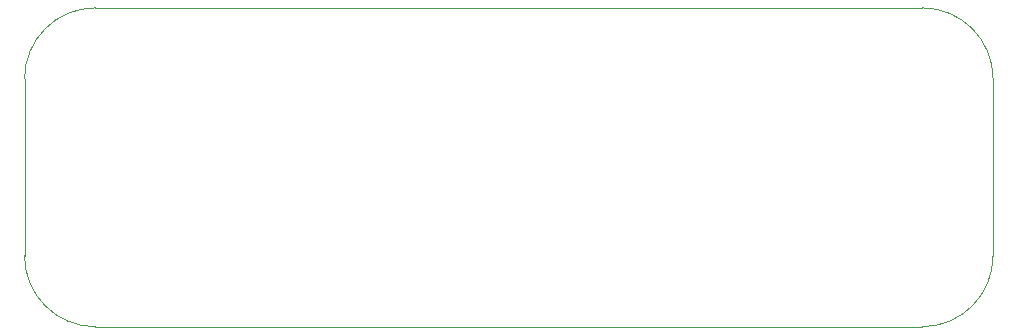
<source format=gbr>
%TF.GenerationSoftware,KiCad,Pcbnew,8.0.1*%
%TF.CreationDate,2024-04-17T01:34:19+02:00*%
%TF.ProjectId,PowerDistributionBoard,506f7765-7244-4697-9374-726962757469,rev?*%
%TF.SameCoordinates,Original*%
%TF.FileFunction,Profile,NP*%
%FSLAX46Y46*%
G04 Gerber Fmt 4.6, Leading zero omitted, Abs format (unit mm)*
G04 Created by KiCad (PCBNEW 8.0.1) date 2024-04-17 01:34:19*
%MOMM*%
%LPD*%
G01*
G04 APERTURE LIST*
%TA.AperFunction,Profile*%
%ADD10C,0.050000*%
%TD*%
G04 APERTURE END LIST*
D10*
X127000000Y-57000000D02*
G75*
G02*
X121000000Y-51000000I0J6000000D01*
G01*
X203000000Y-51000000D02*
G75*
G02*
X197000000Y-57000000I-6000000J0D01*
G01*
X127000000Y-57000000D02*
X197000000Y-57000000D01*
X121000000Y-51000000D02*
X121000000Y-36000000D01*
X203000000Y-36000000D02*
X203000000Y-51000000D01*
X197000000Y-30000000D02*
G75*
G02*
X203000000Y-36000000I0J-6000000D01*
G01*
X197000000Y-30000000D02*
X127000000Y-30000000D01*
X121000000Y-36000000D02*
G75*
G02*
X127000000Y-30000000I6000000J0D01*
G01*
M02*

</source>
